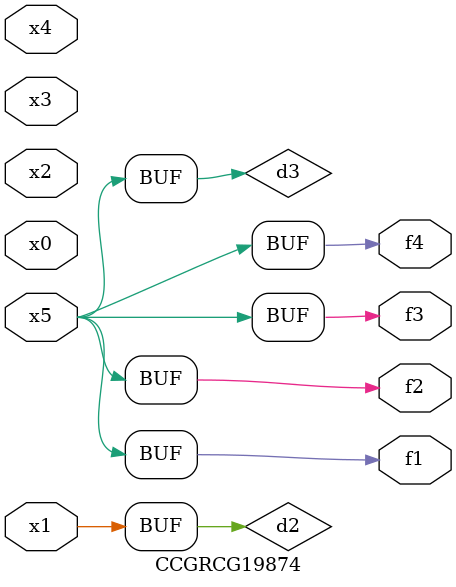
<source format=v>
module CCGRCG19874(
	input x0, x1, x2, x3, x4, x5,
	output f1, f2, f3, f4
);

	wire d1, d2, d3;

	not (d1, x5);
	or (d2, x1);
	xnor (d3, d1);
	assign f1 = d3;
	assign f2 = d3;
	assign f3 = d3;
	assign f4 = d3;
endmodule

</source>
